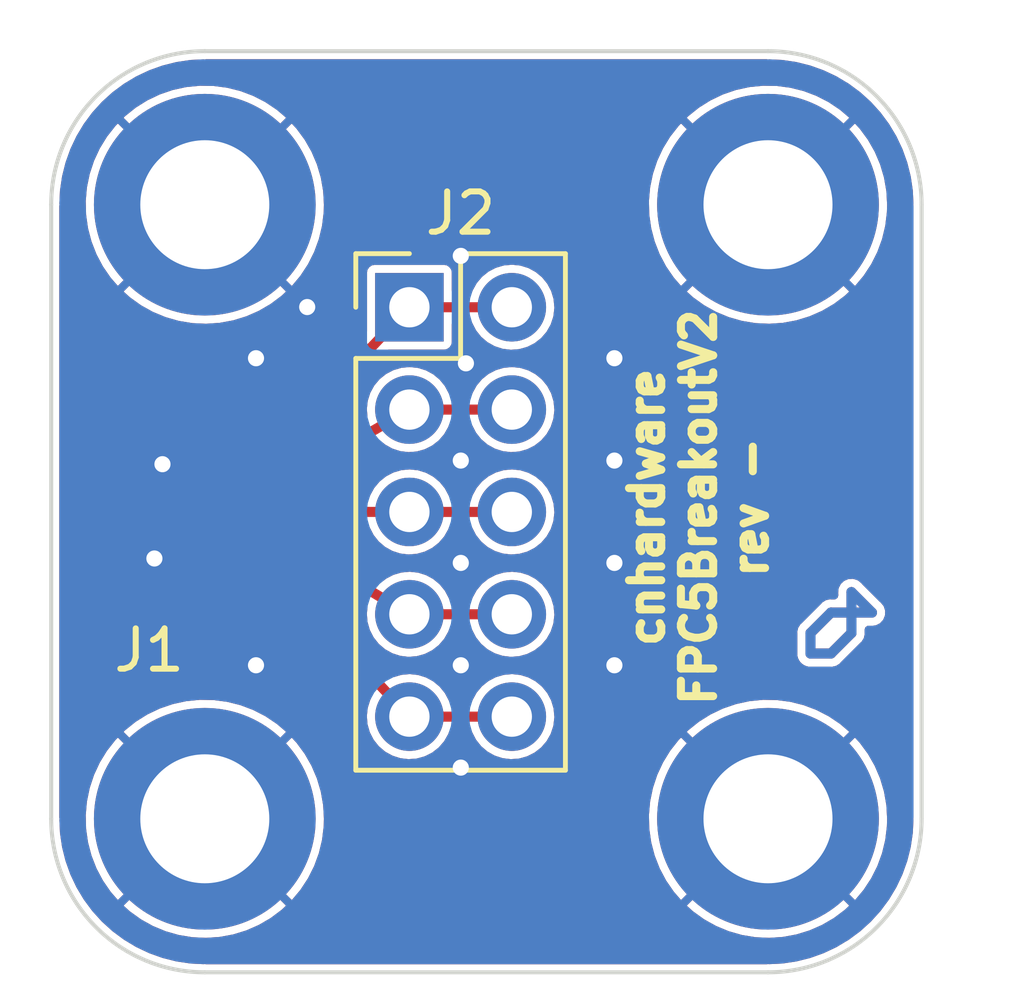
<source format=kicad_pcb>
(kicad_pcb (version 20211014) (generator pcbnew)
  (layers (0 "F.Cu" signal) (31 "B.Cu" signal) (34 "B.Paste" user) (35 "F.Paste" user) (36 "B.SilkS" user "B.Silkscreen") (37 "F.SilkS" user "F.Silkscreen") (38 "B.Mask" user) (39 "F.Mask" user) (44 "Edge.Cuts" user))
  (net 0 "")
  (net 1 "GND")
  (net 2 "Net-(J2-Pad1)")
  (net 3 "Net-(J2-Pad3)")
  (net 4 "Net-(J2-Pad5)")
  (net 5 "Net-(J2-Pad7)")
  (net 6 "Net-(J2-Pad10)")
  (footprint "MountingHole:MountingHole_3.2mm_M3_ISO14580_Pad" (layer "F.Cu") (at 49.53 44.45)
    (fp_text reference "H4" hide)
    (fp_text value "~")
    (pad "1" thru_hole circle (at 0 0) (size 5.5 5.5) (drill 3.2) (layers *.Cu *.Mask) (net 1 "GND"))
  )
  (footprint "MountingHole:MountingHole_3.2mm_M3_ISO14580_Pad" (layer "F.Cu") (at 49.53 59.69)
    (fp_text reference "H1" hide)
    (fp_text value "~")
    (pad "1" thru_hole circle (at 0 0) (size 5.5 5.5) (drill 3.2) (layers *.Cu *.Mask) (net 1 "GND"))
  )
  (footprint "MountingHole:MountingHole_3.2mm_M3_ISO14580_Pad" (layer "F.Cu") (at 63.5 59.69)
    (fp_text reference "H2" hide)
    (fp_text value "~")
    (pad "1" thru_hole circle (at 0 0) (size 5.5 5.5) (drill 3.2) (layers *.Cu *.Mask) (net 1 "GND"))
  )
  (footprint "MountingHole:MountingHole_3.2mm_M3_ISO14580_Pad" (layer "F.Cu") (at 63.5 44.45)
    (fp_text reference "H3" hide)
    (fp_text value "~" hide)
    (pad "1" thru_hole circle (at 0 0) (size 5.5 5.5) (drill 3.2) (layers *.Cu *.Mask) (net 1 "GND"))
  )
  (footprint "Connector_PinHeader_2.54mm:PinHeader_2x05_P2.54mm_Vertical" (layer "F.Cu") (at 54.605 46.995)
    (fp_text reference "J2" (at 1.27 -2.33) (layer "F.SilkS"))
    (fp_text value "CONN")
    (fp_line (start -1.33 1.27) (end -1.33 11.49) (layer "F.SilkS") (width 0.12))
    (fp_line (start -1.33 0) (end -1.33 -1.33) (layer "F.SilkS") (width 0.12))
    (fp_line (start -1.33 -1.33) (end 0 -1.33) (layer "F.SilkS") (width 0.12))
    (fp_line (start 1.27 -1.33) (end 3.87 -1.33) (layer "F.SilkS") (width 0.12))
    (fp_line (start -1.33 1.27) (end 1.27 1.27) (layer "F.SilkS") (width 0.12))
    (fp_line (start 1.27 1.27) (end 1.27 -1.33) (layer "F.SilkS") (width 0.12))
    (fp_line (start -1.33 11.49) (end 3.87 11.49) (layer "F.SilkS") (width 0.12))
    (fp_line (start 3.87 -1.33) (end 3.87 11.49) (layer "F.SilkS") (width 0.12))
    (pad "1" thru_hole rect (at 0 0) (size 1.7 1.7) (drill 1) (layers *.Cu *.Mask) (net 2 "Net-(J2-Pad1)"))
    (pad "2" thru_hole oval (at 2.54 0) (size 1.7 1.7) (drill 1) (layers *.Cu *.Mask) (net 2 "Net-(J2-Pad1)"))
    (pad "3" thru_hole oval (at 0 2.54) (size 1.7 1.7) (drill 1) (layers *.Cu *.Mask) (net 3 "Net-(J2-Pad3)"))
    (pad "4" thru_hole oval (at 2.54 2.54) (size 1.7 1.7) (drill 1) (layers *.Cu *.Mask) (net 3 "Net-(J2-Pad3)"))
    (pad "5" thru_hole oval (at 0 5.08) (size 1.7 1.7) (drill 1) (layers *.Cu *.Mask) (net 4 "Net-(J2-Pad5)"))
    (pad "6" thru_hole oval (at 2.54 5.08) (size 1.7 1.7) (drill 1) (layers *.Cu *.Mask) (net 4 "Net-(J2-Pad5)"))
    (pad "7" thru_hole oval (at 0 7.62) (size 1.7 1.7) (drill 1) (layers *.Cu *.Mask) (net 5 "Net-(J2-Pad7)"))
    (pad "8" thru_hole oval (at 2.54 7.62) (size 1.7 1.7) (drill 1) (layers *.Cu *.Mask) (net 5 "Net-(J2-Pad7)"))
    (pad "9" thru_hole oval (at 0 10.16) (size 1.7 1.7) (drill 1) (layers *.Cu *.Mask) (net 6 "Net-(J2-Pad10)"))
    (pad "10" thru_hole oval (at 2.54 10.16) (size 1.7 1.7) (drill 1) (layers *.Cu *.Mask) (net 6 "Net-(J2-Pad10)"))
  )
  (footprint "XCB-FPC-0.5K-QX-5PWB:XCB-FPC-0.5K-QX-5PWB" (layer "F.Cu") (at 49.63 52.07 90)
    (fp_text reference "J1" (at -3.44 -1.48 unlocked) (layer "F.SilkS"))
    (fp_text value "FPC")
    (pad "1" smd roundrect (at 1 0.7 90) (size 0.3 0.65) (layers "F.Cu" "F.Paste" "F.Mask") (roundrect_rratio 0.05) (net 2 "Net-(J2-Pad1)"))
    (pad "2" smd roundrect (at 0.5 0.7 90) (size 0.3 0.65) (layers "F.Cu" "F.Paste" "F.Mask") (roundrect_rratio 0.05) (net 3 "Net-(J2-Pad3)"))
    (pad "3" smd roundrect (at 0 0.7 90) (size 0.3 0.65) (layers "F.Cu" "F.Paste" "F.Mask") (roundrect_rratio 0.05) (net 4 "Net-(J2-Pad5)"))
    (pad "4" smd roundrect (at -0.5 0.7 90) (size 0.3 0.65) (layers "F.Cu" "F.Paste" "F.Mask") (roundrect_rratio 0.05) (net 5 "Net-(J2-Pad7)"))
    (pad "5" smd roundrect (at -1 0.7 90) (size 0.3 0.65) (layers "F.Cu" "F.Paste" "F.Mask") (roundrect_rratio 0.05) (net 6 "Net-(J2-Pad10)"))
    (pad "6" smd roundrect (at 1.885 -2.11 90) (size 0.3 1.15) (layers "F.Cu" "F.Paste" "F.Mask") (roundrect_rratio 0.05) (net 1 "GND"))
    (pad "7" smd roundrect (at -1.885 -2.11 90) (size 0.3 1.15) (layers "F.Cu" "F.Paste" "F.Mask") (roundrect_rratio 0.05) (net 1 "GND"))
  )
  (gr_arc (start 67.31 59.69) (mid 66.194077 62.384077) (end 63.5 63.5) (layer "Edge.Cuts") (width 0.1))
  (gr_line (start 63.5 63.5) (end 49.53 63.5) (layer "Edge.Cuts") (width 0.1))
  (gr_arc (start 63.5 40.64) (mid 66.194077 41.755923) (end 67.31 44.45) (layer "Edge.Cuts") (width 0.1))
  (gr_line (start 63.5 40.64) (end 49.53 40.64) (layer "Edge.Cuts") (width 0.1))
  (gr_arc (start 45.72 44.45) (mid 46.835923 41.755923) (end 49.53 40.64) (layer "Edge.Cuts") (width 0.1))
  (gr_arc (start 49.53 63.5) (mid 46.835923 62.384077) (end 45.72 59.69) (layer "Edge.Cuts") (width 0.1))
  (gr_line (start 45.72 44.45) (end 45.72 59.69) (layer "Edge.Cuts") (width 0.1))
  (gr_line (start 67.31 59.69) (end 67.31 44.45) (layer "Edge.Cuts") (width 0.1))
  (gr_text "cnhardware\nFPC5BreakoutV2\nrev -" (at 61.78 51.96 90) (layer "F.SilkS") (effects (font (size 0.8 0.8) (thickness 0.2))))
  (segment (start 64.554 55.588) (end 65.062 55.588) (width 0.25) (layer "F.Cu") (net 0))
  (segment (start 64.554 55.08) (end 64.554 55.588) (width 0.25) (layer "F.Cu") (net 0))
  (segment (start 65.062 54.572) (end 64.554 55.08) (width 0.25) (layer "F.Cu") (net 0))
  (segment (start 65.57 55.08) (end 65.57 54.064) (width 0.25) (layer "F.Cu") (net 0))
  (segment (start 66.078 54.572) (end 65.062 54.572) (width 0.25) (layer "F.Cu") (net 0))
  (segment (start 65.57 54.064) (end 66.078 54.572) (width 0.25) (layer "F.Cu") (net 0))
  (segment (start 65.062 55.588) (end 65.57 55.08) (width 0.25) (layer "F.Cu") (net 0))
  (segment (start 65.57 54.064) (end 66.078 54.572) (width 0.25) (layer "B.Cu") (net 0))
  (segment (start 65.062 55.588) (end 65.57 55.08) (width 0.25) (layer "B.Cu") (net 0))
  (segment (start 64.554 55.08) (end 64.554 55.588) (width 0.25) (layer "B.Cu") (net 0))
  (segment (start 64.554 55.588) (end 65.062 55.588) (width 0.25) (layer "B.Cu") (net 0))
  (segment (start 65.062 54.572) (end 64.554 55.08) (width 0.25) (layer "B.Cu") (net 0))
  (segment (start 65.57 55.08) (end 65.57 54.064) (width 0.25) (layer "B.Cu") (net 0))
  (segment (start 66.078 54.572) (end 65.062 54.572) (width 0.25) (layer "B.Cu") (net 0))
  (segment (start 47.52 53.955) (end 48.28 53.23) (width 0.25) (layer "F.Cu") (net 1))
  (via (at 48.48 50.89) (size 0.8) (drill 0.4) (layers "F.Cu" "B.Cu") (net 1))
  (via (at 55.88 58.42) (size 0.8) (drill 0.4) (layers "F.Cu" "B.Cu") (net 1))
  (via (at 55.88 45.72) (size 0.8) (drill 0.4) (layers "F.Cu" "B.Cu") (net 1))
  (via (at 50.8 48.26) (size 0.8) (drill 0.4) (layers "F.Cu" "B.Cu") (net 1))
  (via (at 50.8 55.88) (size 0.8) (drill 0.4) (layers "F.Cu" "B.Cu") (net 1))
  (via (at 56.007 48.387) (size 0.8) (drill 0.4) (layers "F.Cu" "B.Cu") (net 1))
  (via (at 59.69 55.88) (size 0.8) (drill 0.4) (layers "F.Cu" "B.Cu") (net 1))
  (via (at 59.69 53.34) (size 0.8) (drill 0.4) (layers "F.Cu" "B.Cu") (net 1))
  (via (at 55.88 55.88) (size 0.8) (drill 0.4) (layers "F.Cu" "B.Cu") (net 1))
  (via (at 52.07 46.99) (size 0.8) (drill 0.4) (layers "F.Cu" "B.Cu") (net 1))
  (via (at 55.88 53.34) (size 0.8) (drill 0.4) (layers "F.Cu" "B.Cu") (net 1))
  (via (at 55.88 50.8) (size 0.8) (drill 0.4) (layers "F.Cu" "B.Cu") (net 1))
  (via (at 48.28 53.23) (size 0.8) (drill 0.4) (layers "F.Cu" "B.Cu") (net 1))
  (via (at 59.69 48.26) (size 0.8) (drill 0.4) (layers "F.Cu" "B.Cu") (net 1))
  (via (at 59.69 50.8) (size 0.8) (drill 0.4) (layers "F.Cu" "B.Cu") (net 1))
  (segment (start 54.605 46.995) (end 57.145 46.995) (width 0.25) (layer "F.Cu") (net 2))
  (segment (start 50.74 51.07) (end 54.605 46.995) (width 0.25) (layer "F.Cu") (net 2))
  (segment (start 50.21 51.07) (end 50.74 51.07) (width 0.25) (layer "F.Cu") (net 2))
  (segment (start 51.1 51.57) (end 54.605 49.535) (width 0.25) (layer "F.Cu") (net 3))
  (segment (start 57.145 49.535) (end 54.605 49.535) (width 0.25) (layer "F.Cu") (net 3))
  (segment (start 50.21 51.57) (end 51.1 51.57) (width 0.25) (layer "F.Cu") (net 3))
  (segment (start 54.605 52.075) (end 57.145 52.075) (width 0.25) (layer "F.Cu") (net 4))
  (segment (start 50.21 52.07) (end 54.605 52.075) (width 0.25) (layer "F.Cu") (net 4))
  (segment (start 50.21 52.57) (end 51.19 52.57) (width 0.25) (layer "F.Cu") (net 5))
  (segment (start 51.19 52.57) (end 54.605 54.615) (width 0.25) (layer "F.Cu") (net 5))
  (segment (start 54.605 54.615) (end 57.145 54.615) (width 0.25) (layer "F.Cu") (net 5))
  (segment (start 54.605 57.155) (end 50.78 53.07) (width 0.25) (layer "F.Cu") (net 6))
  (segment (start 57.145 57.155) (end 54.605 57.155) (width 0.25) (layer "F.Cu") (net 6))
  (segment (start 50.78 53.07) (end 50.21 53.07) (width 0.25) (layer "F.Cu") (net 6))
  (zone (net 1) (net_name "GND") (layers F&B.Cu) (connect_pads (clearance 0.2)) (min_thickness 0.2) (fill yes (thermal_gap 0.2) (thermal_bridge_width 0.2))
    (polygon (pts (xy 69.85 63.5) (xy 44.45 63.5) (xy 44.45 39.37) (xy 69.85 39.37)))
  )
)
</source>
